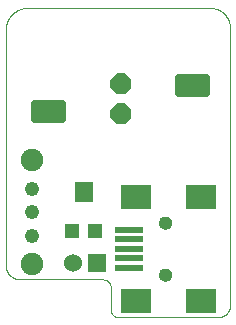
<source format=gts>
G75*
%MOIN*%
%OFA0B0*%
%FSLAX25Y25*%
%IPPOS*%
%LPD*%
%AMOC8*
5,1,8,0,0,1.08239X$1,22.5*
%
%ADD10C,0.00000*%
%ADD11C,0.01872*%
%ADD12C,0.04762*%
%ADD13C,0.07487*%
%ADD14R,0.09849X0.08274*%
%ADD15R,0.09487X0.02369*%
%ADD16C,0.04337*%
%ADD17OC8,0.07000*%
%ADD18R,0.06306X0.06699*%
%ADD19R,0.05124X0.05124*%
%ADD20R,0.06000X0.06000*%
%ADD21C,0.06000*%
D10*
X0016292Y0013630D02*
X0043885Y0013630D01*
X0043986Y0013628D01*
X0044087Y0013622D01*
X0044188Y0013613D01*
X0044288Y0013599D01*
X0044388Y0013582D01*
X0044487Y0013561D01*
X0044585Y0013536D01*
X0044682Y0013507D01*
X0044778Y0013475D01*
X0044872Y0013439D01*
X0044965Y0013399D01*
X0045057Y0013356D01*
X0045147Y0013309D01*
X0045235Y0013259D01*
X0045321Y0013206D01*
X0045404Y0013149D01*
X0045486Y0013089D01*
X0045565Y0013027D01*
X0045642Y0012961D01*
X0045716Y0012892D01*
X0045788Y0012820D01*
X0045857Y0012746D01*
X0045923Y0012669D01*
X0045985Y0012590D01*
X0046045Y0012508D01*
X0046102Y0012425D01*
X0046155Y0012339D01*
X0046205Y0012251D01*
X0046252Y0012161D01*
X0046295Y0012069D01*
X0046335Y0011976D01*
X0046371Y0011882D01*
X0046403Y0011786D01*
X0046432Y0011689D01*
X0046457Y0011591D01*
X0046478Y0011492D01*
X0046495Y0011392D01*
X0046509Y0011292D01*
X0046518Y0011191D01*
X0046524Y0011090D01*
X0046526Y0010989D01*
X0046526Y0003552D01*
X0046525Y0003552D02*
X0046527Y0003453D01*
X0046533Y0003354D01*
X0046542Y0003256D01*
X0046556Y0003158D01*
X0046573Y0003060D01*
X0046595Y0002963D01*
X0046620Y0002868D01*
X0046648Y0002773D01*
X0046681Y0002679D01*
X0046717Y0002587D01*
X0046757Y0002497D01*
X0046800Y0002407D01*
X0046846Y0002320D01*
X0046896Y0002235D01*
X0046950Y0002151D01*
X0047006Y0002070D01*
X0047066Y0001991D01*
X0047129Y0001915D01*
X0047195Y0001841D01*
X0047263Y0001769D01*
X0047335Y0001701D01*
X0047409Y0001635D01*
X0047485Y0001572D01*
X0047564Y0001512D01*
X0047645Y0001456D01*
X0047729Y0001402D01*
X0047814Y0001352D01*
X0047901Y0001306D01*
X0047991Y0001263D01*
X0048081Y0001223D01*
X0048173Y0001187D01*
X0048267Y0001154D01*
X0048362Y0001126D01*
X0048457Y0001101D01*
X0048554Y0001079D01*
X0048652Y0001062D01*
X0048750Y0001048D01*
X0048848Y0001039D01*
X0048947Y0001033D01*
X0049046Y0001031D01*
X0082588Y0001031D01*
X0082714Y0001045D01*
X0082839Y0001063D01*
X0082964Y0001085D01*
X0083088Y0001110D01*
X0083211Y0001140D01*
X0083333Y0001173D01*
X0083455Y0001210D01*
X0083575Y0001251D01*
X0083693Y0001295D01*
X0083811Y0001343D01*
X0083926Y0001395D01*
X0084040Y0001450D01*
X0084153Y0001508D01*
X0084263Y0001570D01*
X0084372Y0001636D01*
X0084478Y0001704D01*
X0084583Y0001776D01*
X0084685Y0001852D01*
X0084784Y0001930D01*
X0084881Y0002011D01*
X0084976Y0002095D01*
X0085068Y0002182D01*
X0085157Y0002272D01*
X0085244Y0002365D01*
X0085327Y0002460D01*
X0085408Y0002558D01*
X0085486Y0002658D01*
X0085560Y0002761D01*
X0085631Y0002865D01*
X0085699Y0002972D01*
X0085764Y0003081D01*
X0085825Y0003192D01*
X0085883Y0003305D01*
X0085937Y0003419D01*
X0085988Y0003535D01*
X0086035Y0003653D01*
X0086079Y0003772D01*
X0086119Y0003892D01*
X0086155Y0004014D01*
X0086187Y0004136D01*
X0086216Y0004260D01*
X0086241Y0004384D01*
X0086261Y0004509D01*
X0086279Y0004635D01*
X0086292Y0004761D01*
X0086301Y0004887D01*
X0086306Y0005013D01*
X0086308Y0005140D01*
X0086306Y0005267D01*
X0086299Y0005393D01*
X0086289Y0005520D01*
X0086289Y0097463D01*
X0086287Y0097624D01*
X0086281Y0097786D01*
X0086271Y0097947D01*
X0086258Y0098108D01*
X0086240Y0098268D01*
X0086219Y0098428D01*
X0086194Y0098587D01*
X0086165Y0098746D01*
X0086132Y0098904D01*
X0086095Y0099061D01*
X0086054Y0099218D01*
X0086010Y0099373D01*
X0085962Y0099527D01*
X0085910Y0099680D01*
X0085855Y0099831D01*
X0085796Y0099982D01*
X0085733Y0100130D01*
X0085667Y0100278D01*
X0085597Y0100423D01*
X0085524Y0100567D01*
X0085447Y0100709D01*
X0085367Y0100849D01*
X0085284Y0100987D01*
X0085197Y0101123D01*
X0085107Y0101257D01*
X0085013Y0101389D01*
X0084917Y0101518D01*
X0084817Y0101645D01*
X0084715Y0101770D01*
X0084609Y0101892D01*
X0084501Y0102012D01*
X0084389Y0102128D01*
X0084275Y0102242D01*
X0084159Y0102354D01*
X0084039Y0102462D01*
X0083917Y0102568D01*
X0083792Y0102670D01*
X0083665Y0102770D01*
X0083536Y0102866D01*
X0083404Y0102960D01*
X0083270Y0103050D01*
X0083134Y0103137D01*
X0082996Y0103220D01*
X0082856Y0103300D01*
X0082714Y0103377D01*
X0082570Y0103450D01*
X0082425Y0103520D01*
X0082277Y0103586D01*
X0082129Y0103649D01*
X0081978Y0103708D01*
X0081827Y0103763D01*
X0081674Y0103815D01*
X0081520Y0103863D01*
X0081365Y0103907D01*
X0081208Y0103948D01*
X0081051Y0103985D01*
X0080893Y0104018D01*
X0080734Y0104047D01*
X0080575Y0104072D01*
X0080415Y0104093D01*
X0080255Y0104111D01*
X0080094Y0104124D01*
X0079933Y0104134D01*
X0079771Y0104140D01*
X0079610Y0104142D01*
X0018866Y0104142D01*
X0018866Y0104141D02*
X0018688Y0104139D01*
X0018509Y0104132D01*
X0018331Y0104122D01*
X0018154Y0104107D01*
X0017976Y0104087D01*
X0017800Y0104064D01*
X0017624Y0104036D01*
X0017448Y0104004D01*
X0017274Y0103967D01*
X0017100Y0103927D01*
X0016927Y0103882D01*
X0016756Y0103833D01*
X0016585Y0103780D01*
X0016417Y0103723D01*
X0016249Y0103661D01*
X0016083Y0103596D01*
X0015919Y0103527D01*
X0015756Y0103454D01*
X0015595Y0103377D01*
X0015436Y0103296D01*
X0015279Y0103211D01*
X0015125Y0103122D01*
X0014972Y0103030D01*
X0014822Y0102934D01*
X0014674Y0102835D01*
X0014528Y0102732D01*
X0014385Y0102625D01*
X0014245Y0102515D01*
X0014107Y0102402D01*
X0013972Y0102285D01*
X0013840Y0102165D01*
X0013711Y0102042D01*
X0013585Y0101916D01*
X0013462Y0101787D01*
X0013342Y0101655D01*
X0013225Y0101520D01*
X0013112Y0101382D01*
X0013002Y0101242D01*
X0012895Y0101099D01*
X0012792Y0100953D01*
X0012693Y0100805D01*
X0012597Y0100655D01*
X0012505Y0100502D01*
X0012416Y0100348D01*
X0012331Y0100191D01*
X0012250Y0100032D01*
X0012173Y0099871D01*
X0012100Y0099708D01*
X0012031Y0099544D01*
X0011966Y0099378D01*
X0011904Y0099210D01*
X0011847Y0099042D01*
X0011794Y0098871D01*
X0011745Y0098700D01*
X0011700Y0098527D01*
X0011660Y0098353D01*
X0011623Y0098179D01*
X0011591Y0098003D01*
X0011563Y0097827D01*
X0011540Y0097651D01*
X0011520Y0097473D01*
X0011505Y0097296D01*
X0011495Y0097118D01*
X0011488Y0096939D01*
X0011486Y0096761D01*
X0011486Y0018436D01*
X0011488Y0018299D01*
X0011494Y0018162D01*
X0011504Y0018025D01*
X0011517Y0017888D01*
X0011535Y0017752D01*
X0011556Y0017616D01*
X0011582Y0017482D01*
X0011611Y0017347D01*
X0011644Y0017214D01*
X0011681Y0017082D01*
X0011721Y0016951D01*
X0011765Y0016821D01*
X0011813Y0016692D01*
X0011865Y0016565D01*
X0011920Y0016440D01*
X0011979Y0016315D01*
X0012041Y0016193D01*
X0012107Y0016073D01*
X0012176Y0015954D01*
X0012249Y0015838D01*
X0012325Y0015723D01*
X0012404Y0015611D01*
X0012486Y0015501D01*
X0012571Y0015394D01*
X0012660Y0015289D01*
X0012751Y0015186D01*
X0012845Y0015087D01*
X0012943Y0014989D01*
X0013042Y0014895D01*
X0013145Y0014804D01*
X0013250Y0014715D01*
X0013357Y0014630D01*
X0013467Y0014548D01*
X0013579Y0014469D01*
X0013694Y0014393D01*
X0013810Y0014320D01*
X0013929Y0014251D01*
X0014049Y0014185D01*
X0014171Y0014123D01*
X0014296Y0014064D01*
X0014421Y0014009D01*
X0014548Y0013957D01*
X0014677Y0013909D01*
X0014807Y0013865D01*
X0014938Y0013825D01*
X0015070Y0013788D01*
X0015203Y0013755D01*
X0015338Y0013726D01*
X0015472Y0013700D01*
X0015608Y0013679D01*
X0015744Y0013661D01*
X0015881Y0013648D01*
X0016018Y0013638D01*
X0016155Y0013632D01*
X0016292Y0013630D01*
X0062667Y0015205D02*
X0062669Y0015293D01*
X0062675Y0015381D01*
X0062685Y0015469D01*
X0062699Y0015557D01*
X0062716Y0015643D01*
X0062738Y0015729D01*
X0062763Y0015813D01*
X0062793Y0015897D01*
X0062825Y0015979D01*
X0062862Y0016059D01*
X0062902Y0016138D01*
X0062946Y0016215D01*
X0062993Y0016290D01*
X0063043Y0016362D01*
X0063097Y0016433D01*
X0063153Y0016500D01*
X0063213Y0016566D01*
X0063275Y0016628D01*
X0063341Y0016688D01*
X0063408Y0016744D01*
X0063479Y0016798D01*
X0063551Y0016848D01*
X0063626Y0016895D01*
X0063703Y0016939D01*
X0063782Y0016979D01*
X0063862Y0017016D01*
X0063944Y0017048D01*
X0064028Y0017078D01*
X0064112Y0017103D01*
X0064198Y0017125D01*
X0064284Y0017142D01*
X0064372Y0017156D01*
X0064460Y0017166D01*
X0064548Y0017172D01*
X0064636Y0017174D01*
X0064724Y0017172D01*
X0064812Y0017166D01*
X0064900Y0017156D01*
X0064988Y0017142D01*
X0065074Y0017125D01*
X0065160Y0017103D01*
X0065244Y0017078D01*
X0065328Y0017048D01*
X0065410Y0017016D01*
X0065490Y0016979D01*
X0065569Y0016939D01*
X0065646Y0016895D01*
X0065721Y0016848D01*
X0065793Y0016798D01*
X0065864Y0016744D01*
X0065931Y0016688D01*
X0065997Y0016628D01*
X0066059Y0016566D01*
X0066119Y0016500D01*
X0066175Y0016433D01*
X0066229Y0016362D01*
X0066279Y0016290D01*
X0066326Y0016215D01*
X0066370Y0016138D01*
X0066410Y0016059D01*
X0066447Y0015979D01*
X0066479Y0015897D01*
X0066509Y0015813D01*
X0066534Y0015729D01*
X0066556Y0015643D01*
X0066573Y0015557D01*
X0066587Y0015469D01*
X0066597Y0015381D01*
X0066603Y0015293D01*
X0066605Y0015205D01*
X0066603Y0015117D01*
X0066597Y0015029D01*
X0066587Y0014941D01*
X0066573Y0014853D01*
X0066556Y0014767D01*
X0066534Y0014681D01*
X0066509Y0014597D01*
X0066479Y0014513D01*
X0066447Y0014431D01*
X0066410Y0014351D01*
X0066370Y0014272D01*
X0066326Y0014195D01*
X0066279Y0014120D01*
X0066229Y0014048D01*
X0066175Y0013977D01*
X0066119Y0013910D01*
X0066059Y0013844D01*
X0065997Y0013782D01*
X0065931Y0013722D01*
X0065864Y0013666D01*
X0065793Y0013612D01*
X0065721Y0013562D01*
X0065646Y0013515D01*
X0065569Y0013471D01*
X0065490Y0013431D01*
X0065410Y0013394D01*
X0065328Y0013362D01*
X0065244Y0013332D01*
X0065160Y0013307D01*
X0065074Y0013285D01*
X0064988Y0013268D01*
X0064900Y0013254D01*
X0064812Y0013244D01*
X0064724Y0013238D01*
X0064636Y0013236D01*
X0064548Y0013238D01*
X0064460Y0013244D01*
X0064372Y0013254D01*
X0064284Y0013268D01*
X0064198Y0013285D01*
X0064112Y0013307D01*
X0064028Y0013332D01*
X0063944Y0013362D01*
X0063862Y0013394D01*
X0063782Y0013431D01*
X0063703Y0013471D01*
X0063626Y0013515D01*
X0063551Y0013562D01*
X0063479Y0013612D01*
X0063408Y0013666D01*
X0063341Y0013722D01*
X0063275Y0013782D01*
X0063213Y0013844D01*
X0063153Y0013910D01*
X0063097Y0013977D01*
X0063043Y0014048D01*
X0062993Y0014120D01*
X0062946Y0014195D01*
X0062902Y0014272D01*
X0062862Y0014351D01*
X0062825Y0014431D01*
X0062793Y0014513D01*
X0062763Y0014597D01*
X0062738Y0014681D01*
X0062716Y0014767D01*
X0062699Y0014853D01*
X0062685Y0014941D01*
X0062675Y0015029D01*
X0062669Y0015117D01*
X0062667Y0015205D01*
X0062667Y0032528D02*
X0062669Y0032616D01*
X0062675Y0032704D01*
X0062685Y0032792D01*
X0062699Y0032880D01*
X0062716Y0032966D01*
X0062738Y0033052D01*
X0062763Y0033136D01*
X0062793Y0033220D01*
X0062825Y0033302D01*
X0062862Y0033382D01*
X0062902Y0033461D01*
X0062946Y0033538D01*
X0062993Y0033613D01*
X0063043Y0033685D01*
X0063097Y0033756D01*
X0063153Y0033823D01*
X0063213Y0033889D01*
X0063275Y0033951D01*
X0063341Y0034011D01*
X0063408Y0034067D01*
X0063479Y0034121D01*
X0063551Y0034171D01*
X0063626Y0034218D01*
X0063703Y0034262D01*
X0063782Y0034302D01*
X0063862Y0034339D01*
X0063944Y0034371D01*
X0064028Y0034401D01*
X0064112Y0034426D01*
X0064198Y0034448D01*
X0064284Y0034465D01*
X0064372Y0034479D01*
X0064460Y0034489D01*
X0064548Y0034495D01*
X0064636Y0034497D01*
X0064724Y0034495D01*
X0064812Y0034489D01*
X0064900Y0034479D01*
X0064988Y0034465D01*
X0065074Y0034448D01*
X0065160Y0034426D01*
X0065244Y0034401D01*
X0065328Y0034371D01*
X0065410Y0034339D01*
X0065490Y0034302D01*
X0065569Y0034262D01*
X0065646Y0034218D01*
X0065721Y0034171D01*
X0065793Y0034121D01*
X0065864Y0034067D01*
X0065931Y0034011D01*
X0065997Y0033951D01*
X0066059Y0033889D01*
X0066119Y0033823D01*
X0066175Y0033756D01*
X0066229Y0033685D01*
X0066279Y0033613D01*
X0066326Y0033538D01*
X0066370Y0033461D01*
X0066410Y0033382D01*
X0066447Y0033302D01*
X0066479Y0033220D01*
X0066509Y0033136D01*
X0066534Y0033052D01*
X0066556Y0032966D01*
X0066573Y0032880D01*
X0066587Y0032792D01*
X0066597Y0032704D01*
X0066603Y0032616D01*
X0066605Y0032528D01*
X0066603Y0032440D01*
X0066597Y0032352D01*
X0066587Y0032264D01*
X0066573Y0032176D01*
X0066556Y0032090D01*
X0066534Y0032004D01*
X0066509Y0031920D01*
X0066479Y0031836D01*
X0066447Y0031754D01*
X0066410Y0031674D01*
X0066370Y0031595D01*
X0066326Y0031518D01*
X0066279Y0031443D01*
X0066229Y0031371D01*
X0066175Y0031300D01*
X0066119Y0031233D01*
X0066059Y0031167D01*
X0065997Y0031105D01*
X0065931Y0031045D01*
X0065864Y0030989D01*
X0065793Y0030935D01*
X0065721Y0030885D01*
X0065646Y0030838D01*
X0065569Y0030794D01*
X0065490Y0030754D01*
X0065410Y0030717D01*
X0065328Y0030685D01*
X0065244Y0030655D01*
X0065160Y0030630D01*
X0065074Y0030608D01*
X0064988Y0030591D01*
X0064900Y0030577D01*
X0064812Y0030567D01*
X0064724Y0030561D01*
X0064636Y0030559D01*
X0064548Y0030561D01*
X0064460Y0030567D01*
X0064372Y0030577D01*
X0064284Y0030591D01*
X0064198Y0030608D01*
X0064112Y0030630D01*
X0064028Y0030655D01*
X0063944Y0030685D01*
X0063862Y0030717D01*
X0063782Y0030754D01*
X0063703Y0030794D01*
X0063626Y0030838D01*
X0063551Y0030885D01*
X0063479Y0030935D01*
X0063408Y0030989D01*
X0063341Y0031045D01*
X0063275Y0031105D01*
X0063213Y0031167D01*
X0063153Y0031233D01*
X0063097Y0031300D01*
X0063043Y0031371D01*
X0062993Y0031443D01*
X0062946Y0031518D01*
X0062902Y0031595D01*
X0062862Y0031674D01*
X0062825Y0031754D01*
X0062793Y0031836D01*
X0062763Y0031920D01*
X0062738Y0032004D01*
X0062716Y0032090D01*
X0062699Y0032176D01*
X0062685Y0032264D01*
X0062675Y0032352D01*
X0062669Y0032440D01*
X0062667Y0032528D01*
D11*
X0030730Y0072342D02*
X0020982Y0072342D01*
X0030730Y0072342D02*
X0030730Y0066728D01*
X0020982Y0066728D01*
X0020982Y0072342D01*
X0020982Y0068599D02*
X0030730Y0068599D01*
X0030730Y0070470D02*
X0020982Y0070470D01*
X0020982Y0072341D02*
X0030730Y0072341D01*
X0069014Y0081004D02*
X0078762Y0081004D01*
X0078762Y0075390D01*
X0069014Y0075390D01*
X0069014Y0081004D01*
X0069014Y0077261D02*
X0078762Y0077261D01*
X0078762Y0079132D02*
X0069014Y0079132D01*
X0069014Y0081003D02*
X0078762Y0081003D01*
D12*
X0020148Y0043945D03*
X0020148Y0036071D03*
X0020148Y0028197D03*
D13*
X0020148Y0018748D03*
X0020148Y0053394D03*
D14*
X0054793Y0041189D03*
X0076447Y0041189D03*
X0076447Y0006543D03*
X0054793Y0006543D03*
D15*
X0052573Y0017567D03*
X0052573Y0020717D03*
X0052573Y0023866D03*
X0052573Y0027016D03*
X0052573Y0030165D03*
D16*
X0064636Y0032528D03*
X0064636Y0015205D03*
D17*
X0050069Y0068866D03*
X0050069Y0078866D03*
D18*
X0037470Y0042764D03*
D19*
X0033533Y0029673D03*
X0041407Y0029673D03*
D20*
X0041801Y0019142D03*
D21*
X0033927Y0019142D03*
M02*

</source>
